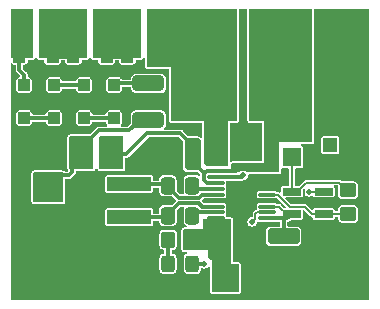
<source format=gtl>
%TF.GenerationSoftware,KiCad,Pcbnew,7.0.1-0*%
%TF.CreationDate,2023-04-04T18:33:11-07:00*%
%TF.ProjectId,ULD_Test_Board,554c445f-5465-4737-945f-426f6172642e,A*%
%TF.SameCoordinates,Original*%
%TF.FileFunction,Copper,L1,Top*%
%TF.FilePolarity,Positive*%
%FSLAX46Y46*%
G04 Gerber Fmt 4.6, Leading zero omitted, Abs format (unit mm)*
G04 Created by KiCad (PCBNEW 7.0.1-0) date 2023-04-04 18:33:11*
%MOMM*%
%LPD*%
G01*
G04 APERTURE LIST*
G04 Aperture macros list*
%AMRoundRect*
0 Rectangle with rounded corners*
0 $1 Rounding radius*
0 $2 $3 $4 $5 $6 $7 $8 $9 X,Y pos of 4 corners*
0 Add a 4 corners polygon primitive as box body*
4,1,4,$2,$3,$4,$5,$6,$7,$8,$9,$2,$3,0*
0 Add four circle primitives for the rounded corners*
1,1,$1+$1,$2,$3*
1,1,$1+$1,$4,$5*
1,1,$1+$1,$6,$7*
1,1,$1+$1,$8,$9*
0 Add four rect primitives between the rounded corners*
20,1,$1+$1,$2,$3,$4,$5,0*
20,1,$1+$1,$4,$5,$6,$7,0*
20,1,$1+$1,$6,$7,$8,$9,0*
20,1,$1+$1,$8,$9,$2,$3,0*%
G04 Aperture macros list end*
%TA.AperFunction,SMDPad,CuDef*%
%ADD10RoundRect,0.250000X0.325000X0.450000X-0.325000X0.450000X-0.325000X-0.450000X0.325000X-0.450000X0*%
%TD*%
%TA.AperFunction,SMDPad,CuDef*%
%ADD11RoundRect,0.250000X-0.300000X0.300000X-0.300000X-0.300000X0.300000X-0.300000X0.300000X0.300000X0*%
%TD*%
%TA.AperFunction,SMDPad,CuDef*%
%ADD12RoundRect,0.075000X0.650000X0.075000X-0.650000X0.075000X-0.650000X-0.075000X0.650000X-0.075000X0*%
%TD*%
%TA.AperFunction,SMDPad,CuDef*%
%ADD13R,1.651000X2.845000*%
%TD*%
%TA.AperFunction,SMDPad,CuDef*%
%ADD14RoundRect,0.250000X0.300000X0.300000X-0.300000X0.300000X-0.300000X-0.300000X0.300000X-0.300000X0*%
%TD*%
%TA.AperFunction,SMDPad,CuDef*%
%ADD15R,1.200000X1.200000*%
%TD*%
%TA.AperFunction,SMDPad,CuDef*%
%ADD16R,1.500000X1.600000*%
%TD*%
%TA.AperFunction,SMDPad,CuDef*%
%ADD17R,1.560000X0.650000*%
%TD*%
%TA.AperFunction,SMDPad,CuDef*%
%ADD18RoundRect,0.250000X-0.400000X-1.075000X0.400000X-1.075000X0.400000X1.075000X-0.400000X1.075000X0*%
%TD*%
%TA.AperFunction,SMDPad,CuDef*%
%ADD19RoundRect,0.250000X0.300000X-0.300000X0.300000X0.300000X-0.300000X0.300000X-0.300000X-0.300000X0*%
%TD*%
%TA.AperFunction,SMDPad,CuDef*%
%ADD20RoundRect,0.250000X-0.337500X-0.475000X0.337500X-0.475000X0.337500X0.475000X-0.337500X0.475000X0*%
%TD*%
%TA.AperFunction,SMDPad,CuDef*%
%ADD21RoundRect,0.250000X-0.450000X0.350000X-0.450000X-0.350000X0.450000X-0.350000X0.450000X0.350000X0*%
%TD*%
%TA.AperFunction,SMDPad,CuDef*%
%ADD22RoundRect,0.250000X1.075000X-0.400000X1.075000X0.400000X-1.075000X0.400000X-1.075000X-0.400000X0*%
%TD*%
%TA.AperFunction,SMDPad,CuDef*%
%ADD23R,3.700000X1.200000*%
%TD*%
%TA.AperFunction,SMDPad,CuDef*%
%ADD24RoundRect,0.250000X-0.412500X-1.100000X0.412500X-1.100000X0.412500X1.100000X-0.412500X1.100000X0*%
%TD*%
%TA.AperFunction,SMDPad,CuDef*%
%ADD25RoundRect,0.250000X-1.100000X0.412500X-1.100000X-0.412500X1.100000X-0.412500X1.100000X0.412500X0*%
%TD*%
%TA.AperFunction,SMDPad,CuDef*%
%ADD26RoundRect,0.250000X0.350000X0.450000X-0.350000X0.450000X-0.350000X-0.450000X0.350000X-0.450000X0*%
%TD*%
%TA.AperFunction,SMDPad,CuDef*%
%ADD27RoundRect,0.250000X0.337500X0.475000X-0.337500X0.475000X-0.337500X-0.475000X0.337500X-0.475000X0*%
%TD*%
%TA.AperFunction,ViaPad*%
%ADD28C,0.508000*%
%TD*%
%TA.AperFunction,Conductor*%
%ADD29C,0.304800*%
%TD*%
%TA.AperFunction,Conductor*%
%ADD30C,0.152400*%
%TD*%
G04 APERTURE END LIST*
D10*
%TO.P,D1,1,K*%
%TO.N,Net-(D1-K)*%
X41135000Y-47352000D03*
%TO.P,D1,2,A*%
%TO.N,Net-(D1-A)*%
X39085000Y-47352000D03*
%TD*%
D11*
%TO.P,D3,1,K*%
%TO.N,Net-(D3-K)*%
X31973000Y-32233000D03*
%TO.P,D3,2,A*%
%TO.N,Net-(D2-K)*%
X31973000Y-35033000D03*
%TD*%
D12*
%TO.P,U1,1,VCC*%
%TO.N,Net-(U1-MPPC)*%
X47458000Y-43517000D03*
%TO.P,U1,2,RUN*%
%TO.N,VDD*%
X47458000Y-43017000D03*
%TO.P,U1,3,MPPC*%
%TO.N,Net-(U1-MPPC)*%
X47458000Y-42517000D03*
%TO.P,U1,4,GND*%
%TO.N,GND*%
X47458000Y-42017000D03*
%TO.P,U1,5,FB*%
%TO.N,FB*%
X47458000Y-41517000D03*
%TO.P,U1,6,NC*%
%TO.N,GND*%
X47458000Y-41017000D03*
%TO.P,U1,7,NC*%
X47458000Y-40517000D03*
%TO.P,U1,8,PWM*%
X47458000Y-40017000D03*
%TO.P,U1,9,PGOOD*%
%TO.N,Net-(D1-K)*%
X43158000Y-40017000D03*
%TO.P,U1,10,VOUT*%
%TO.N,VD*%
X43158000Y-40517000D03*
%TO.P,U1,11,BST2*%
%TO.N,Net-(U1-BST2)*%
X43158000Y-41017000D03*
%TO.P,U1,12,SW2*%
%TO.N,Net-(U1-SW2)*%
X43158000Y-41517000D03*
%TO.P,U1,13,PGND*%
%TO.N,GND*%
X43158000Y-42017000D03*
%TO.P,U1,14,SW1*%
%TO.N,Net-(U1-SW1)*%
X43158000Y-42517000D03*
%TO.P,U1,15,BST1*%
%TO.N,Net-(U1-BST1)*%
X43158000Y-43017000D03*
%TO.P,U1,16,VIN*%
%TO.N,VDD*%
X43158000Y-43517000D03*
D13*
%TO.P,U1,17,EP*%
%TO.N,GND*%
X45308000Y-41767000D03*
%TD*%
D14*
%TO.P,D8,1,K*%
%TO.N,GNDA*%
X38453000Y-29823000D03*
%TO.P,D8,2,A*%
%TO.N,Net-(D7-K)*%
X35653000Y-29823000D03*
%TD*%
D15*
%TO.P,RV1,1,1*%
%TO.N,GND*%
X52832000Y-39338000D03*
D16*
%TO.P,RV1,2,2*%
%TO.N,Net-(U2--)*%
X49582000Y-38338000D03*
D15*
%TO.P,RV1,3,3*%
%TO.N,unconnected-(RV1-Pad3)*%
X52832000Y-37338000D03*
%TD*%
D17*
%TO.P,U2,1*%
%TO.N,FB*%
X52255000Y-43159000D03*
%TO.P,U2,2,V-*%
%TO.N,GND*%
X52255000Y-42209000D03*
%TO.P,U2,3,+*%
%TO.N,GNDA*%
X52255000Y-41259000D03*
%TO.P,U2,4,-*%
%TO.N,Net-(U2--)*%
X49555000Y-41259000D03*
%TO.P,U2,5,V+*%
%TO.N,Net-(U1-MPPC)*%
X49555000Y-43159000D03*
%TD*%
D18*
%TO.P,R2,1*%
%TO.N,GNDA*%
X43123000Y-37319000D03*
%TO.P,R2,2*%
%TO.N,GND*%
X46223000Y-37319000D03*
%TD*%
D19*
%TO.P,D2,1,K*%
%TO.N,Net-(D2-K)*%
X34513000Y-35033000D03*
%TO.P,D2,2,A*%
%TO.N,Net-(D2-A)*%
X34513000Y-32233000D03*
%TD*%
D14*
%TO.P,D6,1,K*%
%TO.N,Net-(D6-K)*%
X29309000Y-29823000D03*
%TO.P,D6,2,A*%
%TO.N,Net-(D5-K)*%
X26509000Y-29823000D03*
%TD*%
D20*
%TO.P,C3,1*%
%TO.N,Net-(U1-SW2)*%
X39072500Y-40751000D03*
%TO.P,C3,2*%
%TO.N,Net-(U1-BST2)*%
X41147500Y-40751000D03*
%TD*%
D14*
%TO.P,D7,1,K*%
%TO.N,Net-(D7-K)*%
X33881000Y-29823000D03*
%TO.P,D7,2,A*%
%TO.N,Net-(D6-K)*%
X31081000Y-29823000D03*
%TD*%
D21*
%TO.P,R3,1*%
%TO.N,Net-(U2--)*%
X54334000Y-41148000D03*
%TO.P,R3,2*%
%TO.N,FB*%
X54334000Y-43148000D03*
%TD*%
D19*
%TO.P,D4,1,K*%
%TO.N,Net-(D4-K)*%
X29433000Y-35033000D03*
%TO.P,D4,2,A*%
%TO.N,Net-(D3-K)*%
X29433000Y-32233000D03*
%TD*%
D22*
%TO.P,R4,1*%
%TO.N,/VD_BRIDGE*%
X37434000Y-35183000D03*
%TO.P,R4,2*%
%TO.N,Net-(D2-A)*%
X37434000Y-32083000D03*
%TD*%
D23*
%TO.P,L1,1,1*%
%TO.N,Net-(U1-SW1)*%
X35792000Y-43421000D03*
%TO.P,L1,2,2*%
%TO.N,Net-(U1-SW2)*%
X35792000Y-40621000D03*
%TD*%
D24*
%TO.P,C1,1*%
%TO.N,VDD*%
X43119500Y-45704000D03*
%TO.P,C1,2*%
%TO.N,GND*%
X46244500Y-45704000D03*
%TD*%
%TO.P,C5,1*%
%TO.N,GND*%
X38039500Y-38081000D03*
%TO.P,C5,2*%
%TO.N,VD*%
X41164500Y-38081000D03*
%TD*%
D25*
%TO.P,C4,1*%
%TO.N,Net-(U1-MPPC)*%
X48873000Y-45030500D03*
%TO.P,C4,2*%
%TO.N,GND*%
X48873000Y-48155500D03*
%TD*%
D11*
%TO.P,D5,1,K*%
%TO.N,Net-(D5-K)*%
X26893000Y-32233000D03*
%TO.P,D5,2,A*%
%TO.N,Net-(D4-K)*%
X26893000Y-35033000D03*
%TD*%
D26*
%TO.P,R1,1*%
%TO.N,VDD*%
X41110000Y-45320000D03*
%TO.P,R1,2*%
%TO.N,Net-(D1-A)*%
X39110000Y-45320000D03*
%TD*%
D27*
%TO.P,C2,1*%
%TO.N,Net-(U1-BST1)*%
X41147500Y-43291000D03*
%TO.P,C2,2*%
%TO.N,Net-(U1-SW1)*%
X39072500Y-43291000D03*
%TD*%
D28*
%TO.N,VDD*%
X44196000Y-44069000D03*
X46228000Y-43815000D03*
%TO.N,GND*%
X44831000Y-36195000D03*
X39497000Y-37719000D03*
X44831000Y-36830000D03*
X39497000Y-38354000D03*
X44831000Y-38100000D03*
X39497000Y-37084000D03*
X44831000Y-37465000D03*
X39497000Y-38989000D03*
%TO.N,Net-(D1-K)*%
X45466000Y-39878000D03*
X42164000Y-47371000D03*
%TO.N,GNDA*%
X51054000Y-41275000D03*
X43688000Y-35560000D03*
%TD*%
D29*
%TO.N,VDD*%
X43158000Y-45665500D02*
X43119500Y-45704000D01*
D30*
X46228000Y-43815000D02*
X46482000Y-43561000D01*
D29*
X43158000Y-43517000D02*
X43158000Y-44069000D01*
X42735500Y-45320000D02*
X43119500Y-45704000D01*
D30*
X46482000Y-43116500D02*
X46581500Y-43017000D01*
X44196000Y-44069000D02*
X43158000Y-44069000D01*
X46581500Y-43017000D02*
X47458000Y-43017000D01*
X46482000Y-43561000D02*
X46482000Y-43116500D01*
D29*
X41110000Y-45320000D02*
X42735500Y-45320000D01*
X43158000Y-44069000D02*
X43158000Y-45665500D01*
%TO.N,Net-(U1-BST1)*%
X43158000Y-43017000D02*
X41421500Y-43017000D01*
X41421500Y-43017000D02*
X41147500Y-43291000D01*
%TO.N,Net-(U1-SW1)*%
X38942500Y-43421000D02*
X39072500Y-43291000D01*
X43158000Y-42517000D02*
X41970606Y-42517000D01*
X35792000Y-43421000D02*
X38942500Y-43421000D01*
X39072500Y-43185500D02*
X39072500Y-43291000D01*
X41970606Y-42517000D02*
X41714806Y-42261200D01*
X39996800Y-42261200D02*
X39072500Y-43185500D01*
X41714806Y-42261200D02*
X39996800Y-42261200D01*
%TO.N,Net-(U1-SW2)*%
X41978606Y-41517000D02*
X41714806Y-41780800D01*
X43158000Y-41517000D02*
X41978606Y-41517000D01*
X41714806Y-41780800D02*
X39996800Y-41780800D01*
X38942500Y-40621000D02*
X39072500Y-40751000D01*
X39996800Y-41780800D02*
X39072500Y-40856500D01*
X39072500Y-40856500D02*
X39072500Y-40751000D01*
X35792000Y-40621000D02*
X38942500Y-40621000D01*
%TO.N,Net-(U1-BST2)*%
X41413500Y-41017000D02*
X41147500Y-40751000D01*
X43158000Y-41017000D02*
X41413500Y-41017000D01*
%TO.N,Net-(U1-MPPC)*%
X49197000Y-43517000D02*
X49555000Y-43159000D01*
X47458000Y-43517000D02*
X48746000Y-43517000D01*
D30*
X48480000Y-42517000D02*
X49122000Y-43159000D01*
D29*
X48873000Y-45030500D02*
X48873000Y-43517000D01*
D30*
X47458000Y-42517000D02*
X48480000Y-42517000D01*
D29*
X48873000Y-43517000D02*
X49197000Y-43517000D01*
D30*
X49122000Y-43159000D02*
X49555000Y-43159000D01*
D29*
X48746000Y-43517000D02*
X48873000Y-43517000D01*
%TO.N,VD*%
X35560000Y-38100000D02*
X34290000Y-38100000D01*
X42395882Y-40517000D02*
X43158000Y-40517000D01*
X41164500Y-37354500D02*
X40132000Y-36322000D01*
X42349400Y-39497000D02*
X44831000Y-39497000D01*
X42128200Y-39718200D02*
X42128200Y-40249318D01*
X42128200Y-40249318D02*
X42395882Y-40517000D01*
X44831000Y-39497000D02*
X44958000Y-39370000D01*
X37338000Y-36322000D02*
X35560000Y-38100000D01*
X41164500Y-38081000D02*
X41164500Y-37354500D01*
X41164500Y-38081000D02*
X41164500Y-38754500D01*
X40132000Y-36322000D02*
X37338000Y-36322000D01*
X41164500Y-38754500D02*
X42128200Y-39718200D01*
X42128200Y-39718200D02*
X42349400Y-39497000D01*
%TO.N,Net-(D1-K)*%
X43158000Y-40017000D02*
X45327000Y-40017000D01*
X42164000Y-47371000D02*
X41154000Y-47371000D01*
X41154000Y-47371000D02*
X41135000Y-47352000D01*
X45327000Y-40017000D02*
X45466000Y-39878000D01*
%TO.N,Net-(D1-A)*%
X39085000Y-47352000D02*
X39085000Y-45345000D01*
X39085000Y-45345000D02*
X39110000Y-45320000D01*
D30*
%TO.N,GNDA*%
X52239000Y-41275000D02*
X52255000Y-41259000D01*
X51054000Y-41275000D02*
X52239000Y-41275000D01*
%TO.N,Net-(U2--)*%
X49582000Y-38338000D02*
X49582000Y-41232000D01*
X53572000Y-40497000D02*
X54223000Y-41148000D01*
X50016000Y-41259000D02*
X50778000Y-40497000D01*
X50778000Y-40497000D02*
X53572000Y-40497000D01*
X49555000Y-41259000D02*
X50016000Y-41259000D01*
X49582000Y-41232000D02*
X49555000Y-41259000D01*
X54223000Y-41148000D02*
X54334000Y-41148000D01*
%TO.N,FB*%
X51281000Y-43159000D02*
X50651000Y-42529000D01*
X48369000Y-41517000D02*
X47458000Y-41517000D01*
X50651000Y-42529000D02*
X49381000Y-42529000D01*
X49381000Y-42529000D02*
X48369000Y-41517000D01*
X54334000Y-43148000D02*
X54323000Y-43159000D01*
X52255000Y-43159000D02*
X51281000Y-43159000D01*
X54323000Y-43159000D02*
X52255000Y-43159000D01*
D29*
%TO.N,Net-(D2-K)*%
X34513000Y-35033000D02*
X31973000Y-35033000D01*
%TO.N,Net-(D3-K)*%
X31973000Y-32233000D02*
X29433000Y-32233000D01*
%TO.N,Net-(D4-K)*%
X29433000Y-35033000D02*
X26893000Y-35033000D01*
%TO.N,Net-(D5-K)*%
X26893000Y-31347000D02*
X26893000Y-32233000D01*
X26509000Y-30963000D02*
X26893000Y-31347000D01*
X26509000Y-29823000D02*
X26509000Y-30963000D01*
%TO.N,Net-(D6-K)*%
X29309000Y-29823000D02*
X31081000Y-29823000D01*
%TO.N,Net-(D7-K)*%
X33881000Y-29823000D02*
X35653000Y-29823000D01*
%TO.N,Net-(D2-A)*%
X37434000Y-32083000D02*
X34663000Y-32083000D01*
X34663000Y-32083000D02*
X34513000Y-32233000D01*
%TO.N,/VD_BRIDGE*%
X36699000Y-35183000D02*
X35814000Y-36068000D01*
X30988000Y-39624000D02*
X30734000Y-39878000D01*
X30734000Y-39878000D02*
X29972000Y-39878000D01*
X33274000Y-36068000D02*
X30988000Y-38354000D01*
X37434000Y-35183000D02*
X36699000Y-35183000D01*
X30988000Y-38354000D02*
X30988000Y-39624000D01*
X35814000Y-36068000D02*
X33274000Y-36068000D01*
%TD*%
%TA.AperFunction,Conductor*%
%TO.N,Net-(D7-K)*%
G36*
X36770400Y-25791575D02*
G01*
X36797925Y-25819100D01*
X36808000Y-25856700D01*
X36808000Y-29883800D01*
X36797925Y-29921400D01*
X36770400Y-29948925D01*
X36732800Y-29959000D01*
X32819200Y-29959000D01*
X32781600Y-29948925D01*
X32754075Y-29921400D01*
X32744000Y-29883800D01*
X32744000Y-25856700D01*
X32754075Y-25819100D01*
X32781600Y-25791575D01*
X32819200Y-25781500D01*
X36732800Y-25781500D01*
X36770400Y-25791575D01*
G37*
%TD.AperFunction*%
%TD*%
%TA.AperFunction,Conductor*%
%TO.N,VD*%
G36*
X51270400Y-25791575D02*
G01*
X51297925Y-25819100D01*
X51308000Y-25856700D01*
X51308000Y-37008800D01*
X51297925Y-37046400D01*
X51270400Y-37073925D01*
X51232800Y-37084000D01*
X48514000Y-37084000D01*
X48514000Y-39548800D01*
X48503925Y-39586400D01*
X48476400Y-39613925D01*
X48438800Y-39624000D01*
X45818591Y-39624000D01*
X45789813Y-39618276D01*
X45765419Y-39601976D01*
X45708151Y-39544708D01*
X45708150Y-39544707D01*
X45593305Y-39486190D01*
X45466000Y-39466028D01*
X45338694Y-39486190D01*
X45223848Y-39544708D01*
X45195216Y-39573340D01*
X45166580Y-39601976D01*
X45142187Y-39618276D01*
X45113409Y-39624000D01*
X44525200Y-39624000D01*
X44487600Y-39613925D01*
X44460075Y-39586400D01*
X44450000Y-39548800D01*
X44450000Y-38937200D01*
X44460075Y-38899600D01*
X44487600Y-38872075D01*
X44525200Y-38862000D01*
X47244000Y-38862000D01*
X47244000Y-35306000D01*
X46049200Y-35306000D01*
X46011600Y-35295925D01*
X45984075Y-35268400D01*
X45974000Y-35230800D01*
X45974000Y-25856700D01*
X45984075Y-25819100D01*
X46011600Y-25791575D01*
X46049200Y-25781500D01*
X51232800Y-25781500D01*
X51270400Y-25791575D01*
G37*
%TD.AperFunction*%
%TD*%
%TA.AperFunction,Conductor*%
%TO.N,/VD_BRIDGE*%
G36*
X32728400Y-36586075D02*
G01*
X32755925Y-36613600D01*
X32766000Y-36651200D01*
X32766000Y-39294800D01*
X32755925Y-39332400D01*
X32728400Y-39359925D01*
X32690800Y-39370000D01*
X30809200Y-39370000D01*
X30771600Y-39359925D01*
X30744075Y-39332400D01*
X30734000Y-39294800D01*
X30734000Y-36651200D01*
X30744075Y-36613600D01*
X30771600Y-36586075D01*
X30809200Y-36576000D01*
X32690800Y-36576000D01*
X32728400Y-36586075D01*
G37*
%TD.AperFunction*%
%TD*%
%TA.AperFunction,Conductor*%
%TO.N,/VD_BRIDGE*%
G36*
X30188400Y-39634075D02*
G01*
X30215925Y-39661600D01*
X30226000Y-39699200D01*
X30226000Y-42088800D01*
X30215925Y-42126400D01*
X30188400Y-42153925D01*
X30150800Y-42164000D01*
X27761200Y-42164000D01*
X27723600Y-42153925D01*
X27696075Y-42126400D01*
X27686000Y-42088800D01*
X27686000Y-39699200D01*
X27696075Y-39661600D01*
X27723600Y-39634075D01*
X27761200Y-39624000D01*
X30150800Y-39624000D01*
X30188400Y-39634075D01*
G37*
%TD.AperFunction*%
%TD*%
%TA.AperFunction,Conductor*%
%TO.N,Net-(D6-K)*%
G36*
X32198400Y-25791575D02*
G01*
X32225925Y-25819100D01*
X32236000Y-25856700D01*
X32236000Y-29883800D01*
X32225925Y-29921400D01*
X32198400Y-29948925D01*
X32160800Y-29959000D01*
X28247200Y-29959000D01*
X28209600Y-29948925D01*
X28182075Y-29921400D01*
X28172000Y-29883800D01*
X28172000Y-25856700D01*
X28182075Y-25819100D01*
X28209600Y-25791575D01*
X28247200Y-25781500D01*
X32160800Y-25781500D01*
X32198400Y-25791575D01*
G37*
%TD.AperFunction*%
%TD*%
%TA.AperFunction,Conductor*%
%TO.N,VD*%
G36*
X35268400Y-36586075D02*
G01*
X35295925Y-36613600D01*
X35306000Y-36651200D01*
X35306000Y-39294800D01*
X35295925Y-39332400D01*
X35268400Y-39359925D01*
X35230800Y-39370000D01*
X33349200Y-39370000D01*
X33311600Y-39359925D01*
X33284075Y-39332400D01*
X33274000Y-39294800D01*
X33274000Y-36651200D01*
X33284075Y-36613600D01*
X33311600Y-36586075D01*
X33349200Y-36576000D01*
X35230800Y-36576000D01*
X35268400Y-36586075D01*
G37*
%TD.AperFunction*%
%TD*%
%TA.AperFunction,Conductor*%
%TO.N,GNDA*%
G36*
X44889400Y-25791575D02*
G01*
X44916925Y-25819100D01*
X44927000Y-25856700D01*
X44927000Y-35211800D01*
X44916925Y-35249400D01*
X44889400Y-35276925D01*
X44851800Y-35287000D01*
X44165000Y-35287000D01*
X44165000Y-39021800D01*
X44154925Y-39059400D01*
X44127400Y-39086925D01*
X44089800Y-39097000D01*
X42418148Y-39097000D01*
X42389370Y-39091276D01*
X42364974Y-39074974D01*
X42155026Y-38865026D01*
X42138724Y-38840630D01*
X42133000Y-38811852D01*
X42133000Y-35287000D01*
X39414200Y-35287000D01*
X39376600Y-35276925D01*
X39349075Y-35249400D01*
X39339000Y-35211800D01*
X39339000Y-30715000D01*
X37382200Y-30715000D01*
X37344600Y-30704925D01*
X37317075Y-30677400D01*
X37307000Y-30639800D01*
X37307000Y-25856700D01*
X37317075Y-25819100D01*
X37344600Y-25791575D01*
X37382200Y-25781500D01*
X44851800Y-25781500D01*
X44889400Y-25791575D01*
G37*
%TD.AperFunction*%
%TD*%
%TA.AperFunction,Conductor*%
%TO.N,Net-(D5-K)*%
G36*
X27626400Y-25791575D02*
G01*
X27653925Y-25819100D01*
X27664000Y-25856700D01*
X27664000Y-29883800D01*
X27653925Y-29921400D01*
X27626400Y-29948925D01*
X27588800Y-29959000D01*
X25856700Y-29959000D01*
X25819100Y-29948925D01*
X25791575Y-29921400D01*
X25781500Y-29883800D01*
X25781500Y-25856700D01*
X25791575Y-25819100D01*
X25819100Y-25791575D01*
X25856700Y-25781500D01*
X27588800Y-25781500D01*
X27626400Y-25791575D01*
G37*
%TD.AperFunction*%
%TD*%
%TA.AperFunction,Conductor*%
%TO.N,VDD*%
G36*
X44412400Y-43571075D02*
G01*
X44439925Y-43598600D01*
X44450000Y-43636200D01*
X44450000Y-47371000D01*
X45009800Y-47371000D01*
X45047400Y-47381075D01*
X45074925Y-47408600D01*
X45085000Y-47446200D01*
X45085000Y-49708800D01*
X45074925Y-49746400D01*
X45047400Y-49773925D01*
X45009800Y-49784000D01*
X42874200Y-49784000D01*
X42836600Y-49773925D01*
X42809075Y-49746400D01*
X42799000Y-49708800D01*
X42799000Y-46228000D01*
X40461200Y-46228000D01*
X40423600Y-46217925D01*
X40396075Y-46190400D01*
X40386000Y-46152800D01*
X40386000Y-44525200D01*
X40396075Y-44487600D01*
X40423600Y-44460075D01*
X40461200Y-44450000D01*
X42037000Y-44450000D01*
X42037000Y-43636200D01*
X42047075Y-43598600D01*
X42074600Y-43571075D01*
X42112200Y-43561000D01*
X44374800Y-43561000D01*
X44412400Y-43571075D01*
G37*
%TD.AperFunction*%
%TD*%
%TA.AperFunction,Conductor*%
%TO.N,GND*%
G36*
X56095900Y-25791575D02*
G01*
X56123425Y-25819100D01*
X56133500Y-25856700D01*
X56133500Y-50343300D01*
X56123425Y-50380900D01*
X56095900Y-50408425D01*
X56058300Y-50418500D01*
X25856700Y-50418500D01*
X25819100Y-50408425D01*
X25791575Y-50380900D01*
X25781500Y-50343300D01*
X25781500Y-47833709D01*
X38357100Y-47833709D01*
X38372042Y-47928054D01*
X38372043Y-47928055D01*
X38429984Y-48041771D01*
X38520229Y-48132016D01*
X38633944Y-48189956D01*
X38633945Y-48189957D01*
X38728291Y-48204900D01*
X38728292Y-48204900D01*
X39441708Y-48204900D01*
X39441709Y-48204900D01*
X39488881Y-48197428D01*
X39536055Y-48189957D01*
X39649771Y-48132016D01*
X39740016Y-48041771D01*
X39797957Y-47928055D01*
X39812900Y-47833708D01*
X39812900Y-46870292D01*
X39807422Y-46835708D01*
X39797957Y-46775945D01*
X39740016Y-46662229D01*
X39649771Y-46571984D01*
X39592912Y-46543013D01*
X39536054Y-46514042D01*
X39453736Y-46501005D01*
X39421299Y-46487569D01*
X39398496Y-46460871D01*
X39390300Y-46426731D01*
X39390300Y-46248100D01*
X39400375Y-46210500D01*
X39427900Y-46182975D01*
X39465500Y-46172900D01*
X39491709Y-46172900D01*
X39538881Y-46165428D01*
X39586055Y-46157957D01*
X39699771Y-46100016D01*
X39790016Y-46009771D01*
X39847957Y-45896055D01*
X39855901Y-45845900D01*
X39862900Y-45801709D01*
X39862900Y-44838291D01*
X39847957Y-44743945D01*
X39790016Y-44630229D01*
X39699771Y-44539984D01*
X39605489Y-44491945D01*
X39586054Y-44482042D01*
X39491709Y-44467100D01*
X39491708Y-44467100D01*
X38728292Y-44467100D01*
X38728291Y-44467100D01*
X38633945Y-44482042D01*
X38520227Y-44539985D01*
X38429985Y-44630227D01*
X38372042Y-44743945D01*
X38357100Y-44838291D01*
X38357100Y-45801709D01*
X38372042Y-45896054D01*
X38372043Y-45896055D01*
X38429984Y-46009771D01*
X38520229Y-46100016D01*
X38623818Y-46152797D01*
X38633945Y-46157957D01*
X38716264Y-46170995D01*
X38748701Y-46184431D01*
X38771504Y-46211129D01*
X38779700Y-46245269D01*
X38779700Y-46426731D01*
X38771504Y-46460871D01*
X38748701Y-46487569D01*
X38716264Y-46501005D01*
X38633945Y-46514042D01*
X38520227Y-46571985D01*
X38429985Y-46662227D01*
X38372042Y-46775945D01*
X38357100Y-46870291D01*
X38357100Y-47833709D01*
X25781500Y-47833709D01*
X25781500Y-35364709D01*
X26190100Y-35364709D01*
X26205042Y-35459054D01*
X26222920Y-35494141D01*
X26262984Y-35572771D01*
X26353229Y-35663016D01*
X26443584Y-35709054D01*
X26466945Y-35720957D01*
X26561291Y-35735900D01*
X26561292Y-35735900D01*
X27224708Y-35735900D01*
X27224709Y-35735900D01*
X27271881Y-35728428D01*
X27319055Y-35720957D01*
X27432771Y-35663016D01*
X27523016Y-35572771D01*
X27580957Y-35459055D01*
X27585647Y-35429444D01*
X27590036Y-35401736D01*
X27603472Y-35369298D01*
X27630170Y-35346496D01*
X27664310Y-35338300D01*
X28661690Y-35338300D01*
X28695830Y-35346496D01*
X28722528Y-35369298D01*
X28735964Y-35401736D01*
X28745042Y-35459053D01*
X28745042Y-35459054D01*
X28745043Y-35459055D01*
X28802984Y-35572771D01*
X28893229Y-35663016D01*
X28983584Y-35709054D01*
X29006945Y-35720957D01*
X29101291Y-35735900D01*
X29101292Y-35735900D01*
X29764708Y-35735900D01*
X29764709Y-35735900D01*
X29811881Y-35728428D01*
X29859055Y-35720957D01*
X29972771Y-35663016D01*
X30063016Y-35572771D01*
X30120957Y-35459055D01*
X30135900Y-35364708D01*
X30135900Y-34701292D01*
X30120957Y-34606945D01*
X30063016Y-34493229D01*
X29972771Y-34402984D01*
X29915913Y-34374013D01*
X29859054Y-34345042D01*
X29764709Y-34330100D01*
X29764708Y-34330100D01*
X29101292Y-34330100D01*
X29101291Y-34330100D01*
X29006945Y-34345042D01*
X28893227Y-34402985D01*
X28802985Y-34493227D01*
X28745042Y-34606946D01*
X28735964Y-34664264D01*
X28722528Y-34696702D01*
X28695830Y-34719504D01*
X28661690Y-34727700D01*
X27664310Y-34727700D01*
X27630170Y-34719504D01*
X27603472Y-34696702D01*
X27590036Y-34664264D01*
X27580957Y-34606946D01*
X27580957Y-34606945D01*
X27523016Y-34493229D01*
X27432771Y-34402984D01*
X27375913Y-34374013D01*
X27319054Y-34345042D01*
X27224709Y-34330100D01*
X27224708Y-34330100D01*
X26561292Y-34330100D01*
X26561291Y-34330100D01*
X26466945Y-34345042D01*
X26353227Y-34402985D01*
X26262985Y-34493227D01*
X26205042Y-34606945D01*
X26190100Y-34701291D01*
X26190100Y-35364709D01*
X25781500Y-35364709D01*
X25781500Y-30446835D01*
X25794173Y-30405056D01*
X25827922Y-30377359D01*
X25871371Y-30373080D01*
X25909874Y-30393661D01*
X25969229Y-30453016D01*
X26082945Y-30510957D01*
X26094592Y-30512801D01*
X26140264Y-30520036D01*
X26172702Y-30533472D01*
X26195504Y-30560170D01*
X26203700Y-30594310D01*
X26203700Y-30900931D01*
X26201210Y-30916195D01*
X26203620Y-30968319D01*
X26203700Y-30971792D01*
X26203700Y-30991293D01*
X26204046Y-30993146D01*
X26205244Y-31003473D01*
X26206662Y-31034110D01*
X26211883Y-31045935D01*
X26217009Y-31062489D01*
X26219385Y-31075197D01*
X26235529Y-31101270D01*
X26240381Y-31110475D01*
X26242881Y-31116136D01*
X26252766Y-31138526D01*
X26261904Y-31147664D01*
X26272665Y-31161249D01*
X26279471Y-31172240D01*
X26279472Y-31172241D01*
X26279473Y-31172242D01*
X26303942Y-31190720D01*
X26311798Y-31197557D01*
X26528625Y-31414384D01*
X26548573Y-31450003D01*
X26546971Y-31490796D01*
X26524290Y-31524740D01*
X26487216Y-31541832D01*
X26466945Y-31545042D01*
X26353227Y-31602985D01*
X26262985Y-31693227D01*
X26205042Y-31806945D01*
X26190100Y-31901291D01*
X26190100Y-32564709D01*
X26205042Y-32659054D01*
X26205043Y-32659055D01*
X26262984Y-32772771D01*
X26353229Y-32863016D01*
X26466944Y-32920956D01*
X26466945Y-32920957D01*
X26561291Y-32935900D01*
X26561292Y-32935900D01*
X27224708Y-32935900D01*
X27224709Y-32935900D01*
X27271881Y-32928428D01*
X27319055Y-32920957D01*
X27432771Y-32863016D01*
X27523016Y-32772771D01*
X27580957Y-32659055D01*
X27595900Y-32564709D01*
X28730100Y-32564709D01*
X28745042Y-32659054D01*
X28745043Y-32659055D01*
X28802984Y-32772771D01*
X28893229Y-32863016D01*
X29006944Y-32920956D01*
X29006945Y-32920957D01*
X29101291Y-32935900D01*
X29101292Y-32935900D01*
X29764708Y-32935900D01*
X29764709Y-32935900D01*
X29811881Y-32928428D01*
X29859055Y-32920957D01*
X29972771Y-32863016D01*
X30063016Y-32772771D01*
X30120957Y-32659055D01*
X30124023Y-32639693D01*
X30130036Y-32601736D01*
X30143472Y-32569298D01*
X30170170Y-32546496D01*
X30204310Y-32538300D01*
X31201690Y-32538300D01*
X31235830Y-32546496D01*
X31262528Y-32569298D01*
X31275964Y-32601736D01*
X31285042Y-32659053D01*
X31285042Y-32659054D01*
X31285043Y-32659055D01*
X31342984Y-32772771D01*
X31433229Y-32863016D01*
X31546944Y-32920956D01*
X31546945Y-32920957D01*
X31641291Y-32935900D01*
X31641292Y-32935900D01*
X32304708Y-32935900D01*
X32304709Y-32935900D01*
X32351881Y-32928428D01*
X32399055Y-32920957D01*
X32512771Y-32863016D01*
X32603016Y-32772771D01*
X32660957Y-32659055D01*
X32675900Y-32564709D01*
X33810100Y-32564709D01*
X33825042Y-32659054D01*
X33825043Y-32659055D01*
X33882984Y-32772771D01*
X33973229Y-32863016D01*
X34086944Y-32920956D01*
X34086945Y-32920957D01*
X34181291Y-32935900D01*
X34181292Y-32935900D01*
X34844708Y-32935900D01*
X34844709Y-32935900D01*
X34891881Y-32928428D01*
X34939055Y-32920957D01*
X35052771Y-32863016D01*
X35143016Y-32772771D01*
X35200957Y-32659055D01*
X35215900Y-32564708D01*
X35215900Y-32463500D01*
X35225975Y-32425900D01*
X35253500Y-32398375D01*
X35291100Y-32388300D01*
X35880900Y-32388300D01*
X35918500Y-32398375D01*
X35946025Y-32425900D01*
X35956100Y-32463500D01*
X35956100Y-32514709D01*
X35971042Y-32609054D01*
X35971043Y-32609055D01*
X36028984Y-32722771D01*
X36119229Y-32813016D01*
X36217356Y-32863014D01*
X36232945Y-32870957D01*
X36327291Y-32885900D01*
X36327292Y-32885900D01*
X38540708Y-32885900D01*
X38540709Y-32885900D01*
X38587881Y-32878428D01*
X38635055Y-32870957D01*
X38748771Y-32813016D01*
X38839016Y-32722771D01*
X38896957Y-32609055D01*
X38911900Y-32514708D01*
X38911900Y-31651292D01*
X38896957Y-31556945D01*
X38839016Y-31443229D01*
X38748771Y-31352984D01*
X38681506Y-31318711D01*
X38635054Y-31295042D01*
X38540709Y-31280100D01*
X38540708Y-31280100D01*
X36327292Y-31280100D01*
X36327291Y-31280100D01*
X36232945Y-31295042D01*
X36119227Y-31352985D01*
X36028985Y-31443227D01*
X35971042Y-31556945D01*
X35956100Y-31651291D01*
X35956100Y-31702500D01*
X35946025Y-31740100D01*
X35918500Y-31767625D01*
X35880900Y-31777700D01*
X35232139Y-31777700D01*
X35192848Y-31766619D01*
X35165136Y-31736641D01*
X35143015Y-31693228D01*
X35052772Y-31602985D01*
X35052772Y-31602984D01*
X35052771Y-31602984D01*
X34995912Y-31574013D01*
X34939054Y-31545042D01*
X34844709Y-31530100D01*
X34844708Y-31530100D01*
X34181292Y-31530100D01*
X34181291Y-31530100D01*
X34086945Y-31545042D01*
X33973227Y-31602985D01*
X33882985Y-31693227D01*
X33825042Y-31806945D01*
X33810100Y-31901291D01*
X33810100Y-32564709D01*
X32675900Y-32564709D01*
X32675900Y-32564708D01*
X32675900Y-31901292D01*
X32660957Y-31806945D01*
X32603016Y-31693229D01*
X32512771Y-31602984D01*
X32455912Y-31574013D01*
X32399054Y-31545042D01*
X32304709Y-31530100D01*
X32304708Y-31530100D01*
X31641292Y-31530100D01*
X31641291Y-31530100D01*
X31546945Y-31545042D01*
X31433227Y-31602985D01*
X31342985Y-31693227D01*
X31285042Y-31806946D01*
X31275964Y-31864264D01*
X31262528Y-31896702D01*
X31235830Y-31919504D01*
X31201690Y-31927700D01*
X30204310Y-31927700D01*
X30170170Y-31919504D01*
X30143472Y-31896702D01*
X30130036Y-31864264D01*
X30120957Y-31806946D01*
X30120957Y-31806945D01*
X30063016Y-31693229D01*
X29972771Y-31602984D01*
X29915912Y-31574013D01*
X29859054Y-31545042D01*
X29764709Y-31530100D01*
X29764708Y-31530100D01*
X29101292Y-31530100D01*
X29101291Y-31530100D01*
X29006945Y-31545042D01*
X28893227Y-31602985D01*
X28802985Y-31693227D01*
X28745042Y-31806945D01*
X28730100Y-31901291D01*
X28730100Y-32564709D01*
X27595900Y-32564709D01*
X27595900Y-32564708D01*
X27595900Y-31901292D01*
X27580957Y-31806945D01*
X27523016Y-31693229D01*
X27432771Y-31602984D01*
X27319055Y-31545043D01*
X27319054Y-31545042D01*
X27319053Y-31545042D01*
X27261736Y-31535964D01*
X27229298Y-31522528D01*
X27206496Y-31495830D01*
X27198300Y-31461690D01*
X27198300Y-31409069D01*
X27200789Y-31393804D01*
X27200609Y-31389912D01*
X27200610Y-31389910D01*
X27198380Y-31341681D01*
X27198300Y-31338208D01*
X27198300Y-31318714D01*
X27198300Y-31318711D01*
X27197952Y-31316853D01*
X27196754Y-31306527D01*
X27195338Y-31275891D01*
X27190113Y-31264059D01*
X27184990Y-31247511D01*
X27182615Y-31234803D01*
X27166470Y-31208729D01*
X27161614Y-31199515D01*
X27149234Y-31171475D01*
X27140091Y-31162332D01*
X27129332Y-31148749D01*
X27128660Y-31147664D01*
X27122527Y-31137758D01*
X27098056Y-31119278D01*
X27090201Y-31112442D01*
X26836326Y-30858567D01*
X26820024Y-30834171D01*
X26814300Y-30805393D01*
X26814300Y-30594310D01*
X26822496Y-30560170D01*
X26845298Y-30533472D01*
X26877736Y-30520036D01*
X26915693Y-30514023D01*
X26935055Y-30510957D01*
X27048771Y-30453016D01*
X27139016Y-30362771D01*
X27196957Y-30249055D01*
X27207840Y-30180336D01*
X27221277Y-30147899D01*
X27247975Y-30125096D01*
X27282115Y-30116900D01*
X27588797Y-30116900D01*
X27588800Y-30116900D01*
X27629668Y-30111520D01*
X27667268Y-30101445D01*
X27738052Y-30060577D01*
X27765577Y-30033052D01*
X27779117Y-30009599D01*
X27806642Y-29982075D01*
X27844242Y-29972000D01*
X27991758Y-29972000D01*
X28029358Y-29982075D01*
X28056883Y-30009600D01*
X28070424Y-30033054D01*
X28097944Y-30060574D01*
X28097946Y-30060575D01*
X28097948Y-30060577D01*
X28168732Y-30101445D01*
X28206332Y-30111520D01*
X28247200Y-30116900D01*
X28535885Y-30116900D01*
X28570025Y-30125096D01*
X28596723Y-30147899D01*
X28610159Y-30180336D01*
X28621042Y-30249054D01*
X28621043Y-30249055D01*
X28678984Y-30362771D01*
X28769229Y-30453016D01*
X28882945Y-30510957D01*
X28977291Y-30525900D01*
X28977292Y-30525900D01*
X29640708Y-30525900D01*
X29640709Y-30525900D01*
X29687881Y-30518428D01*
X29735055Y-30510957D01*
X29848771Y-30453016D01*
X29939016Y-30362771D01*
X29996957Y-30249055D01*
X30000023Y-30229693D01*
X30006036Y-30191736D01*
X30019472Y-30159298D01*
X30046170Y-30136496D01*
X30080310Y-30128300D01*
X30309690Y-30128300D01*
X30343830Y-30136496D01*
X30370528Y-30159298D01*
X30383964Y-30191736D01*
X30393042Y-30249053D01*
X30393042Y-30249054D01*
X30393043Y-30249055D01*
X30450984Y-30362771D01*
X30541229Y-30453016D01*
X30654945Y-30510957D01*
X30749291Y-30525900D01*
X30749292Y-30525900D01*
X31412708Y-30525900D01*
X31412709Y-30525900D01*
X31459881Y-30518428D01*
X31507055Y-30510957D01*
X31620771Y-30453016D01*
X31711016Y-30362771D01*
X31768957Y-30249055D01*
X31779840Y-30180336D01*
X31793277Y-30147899D01*
X31819975Y-30125096D01*
X31854115Y-30116900D01*
X32160797Y-30116900D01*
X32160800Y-30116900D01*
X32201668Y-30111520D01*
X32239268Y-30101445D01*
X32310052Y-30060577D01*
X32337577Y-30033052D01*
X32351117Y-30009599D01*
X32378642Y-29982075D01*
X32416242Y-29972000D01*
X32563758Y-29972000D01*
X32601358Y-29982075D01*
X32628883Y-30009600D01*
X32642424Y-30033054D01*
X32669944Y-30060574D01*
X32669946Y-30060575D01*
X32669948Y-30060577D01*
X32740732Y-30101445D01*
X32778332Y-30111520D01*
X32819200Y-30116900D01*
X33107885Y-30116900D01*
X33142025Y-30125096D01*
X33168723Y-30147899D01*
X33182159Y-30180336D01*
X33193042Y-30249054D01*
X33193043Y-30249055D01*
X33250984Y-30362771D01*
X33341229Y-30453016D01*
X33454945Y-30510957D01*
X33549291Y-30525900D01*
X33549292Y-30525900D01*
X34212708Y-30525900D01*
X34212709Y-30525900D01*
X34259881Y-30518428D01*
X34307055Y-30510957D01*
X34420771Y-30453016D01*
X34511016Y-30362771D01*
X34568957Y-30249055D01*
X34572023Y-30229693D01*
X34578036Y-30191736D01*
X34591472Y-30159298D01*
X34618170Y-30136496D01*
X34652310Y-30128300D01*
X34881690Y-30128300D01*
X34915830Y-30136496D01*
X34942528Y-30159298D01*
X34955964Y-30191736D01*
X34965042Y-30249053D01*
X34965042Y-30249054D01*
X34965043Y-30249055D01*
X35022984Y-30362771D01*
X35113229Y-30453016D01*
X35226945Y-30510957D01*
X35321291Y-30525900D01*
X35321292Y-30525900D01*
X35984708Y-30525900D01*
X35984709Y-30525900D01*
X36031881Y-30518428D01*
X36079055Y-30510957D01*
X36192771Y-30453016D01*
X36283016Y-30362771D01*
X36340957Y-30249055D01*
X36351840Y-30180336D01*
X36365277Y-30147899D01*
X36391975Y-30125096D01*
X36426115Y-30116900D01*
X36732797Y-30116900D01*
X36732800Y-30116900D01*
X36773668Y-30111520D01*
X36811268Y-30101445D01*
X36882052Y-30060577D01*
X36909577Y-30033052D01*
X36923117Y-30009599D01*
X36950642Y-29982075D01*
X36988242Y-29972000D01*
X37073900Y-29972000D01*
X37111500Y-29982075D01*
X37139025Y-30009600D01*
X37149100Y-30047200D01*
X37149100Y-30639797D01*
X37154480Y-30680668D01*
X37164555Y-30718268D01*
X37205425Y-30789055D01*
X37232944Y-30816574D01*
X37232946Y-30816575D01*
X37232948Y-30816577D01*
X37303732Y-30857445D01*
X37341332Y-30867520D01*
X37382200Y-30872900D01*
X39105900Y-30872900D01*
X39143500Y-30882975D01*
X39171025Y-30910500D01*
X39181100Y-30948100D01*
X39181100Y-35211797D01*
X39186480Y-35252668D01*
X39196555Y-35290268D01*
X39237425Y-35361055D01*
X39264944Y-35388574D01*
X39264946Y-35388575D01*
X39264948Y-35388577D01*
X39335732Y-35429445D01*
X39373332Y-35439520D01*
X39414200Y-35444900D01*
X41899900Y-35444900D01*
X41937500Y-35454975D01*
X41965025Y-35482500D01*
X41975100Y-35520100D01*
X41975100Y-36627765D01*
X41962427Y-36669544D01*
X41928678Y-36697241D01*
X41885229Y-36701520D01*
X41846726Y-36680939D01*
X41816772Y-36650985D01*
X41816771Y-36650984D01*
X41736985Y-36610331D01*
X41703054Y-36593042D01*
X41608709Y-36578100D01*
X41608708Y-36578100D01*
X40851007Y-36578100D01*
X40822229Y-36572376D01*
X40797833Y-36556074D01*
X40391771Y-36150012D01*
X40382736Y-36137455D01*
X40344157Y-36102285D01*
X40341646Y-36099886D01*
X40327877Y-36086117D01*
X40326325Y-36085054D01*
X40318171Y-36078596D01*
X40295504Y-36057933D01*
X40295502Y-36057932D01*
X40283452Y-36053264D01*
X40268123Y-36045185D01*
X40257453Y-36037876D01*
X40257451Y-36037875D01*
X40257449Y-36037874D01*
X40227610Y-36030856D01*
X40217664Y-36027777D01*
X40192433Y-36018003D01*
X40189070Y-36016700D01*
X40189069Y-36016700D01*
X40176146Y-36016700D01*
X40158930Y-36014703D01*
X40146344Y-36011743D01*
X40115977Y-36015979D01*
X40105589Y-36016700D01*
X38826635Y-36016700D01*
X38784856Y-36004027D01*
X38757159Y-35970278D01*
X38752880Y-35926829D01*
X38773461Y-35888326D01*
X38798845Y-35862942D01*
X38839016Y-35822771D01*
X38896957Y-35709055D01*
X38911900Y-35614708D01*
X38911900Y-34751292D01*
X38908163Y-34727700D01*
X38896957Y-34656945D01*
X38871481Y-34606946D01*
X38839016Y-34543229D01*
X38748771Y-34452984D01*
X38691913Y-34424013D01*
X38635054Y-34395042D01*
X38540709Y-34380100D01*
X38540708Y-34380100D01*
X36327292Y-34380100D01*
X36327291Y-34380100D01*
X36232945Y-34395042D01*
X36119227Y-34452985D01*
X36028985Y-34543227D01*
X35971042Y-34656945D01*
X35956100Y-34751291D01*
X35956100Y-35462993D01*
X35950376Y-35491771D01*
X35934074Y-35516167D01*
X35709567Y-35740674D01*
X35685171Y-35756976D01*
X35656393Y-35762700D01*
X35134635Y-35762700D01*
X35092856Y-35750027D01*
X35065159Y-35716278D01*
X35060880Y-35672829D01*
X35081461Y-35634326D01*
X35101079Y-35614708D01*
X35143016Y-35572771D01*
X35200957Y-35459055D01*
X35215900Y-35364708D01*
X35215900Y-34701292D01*
X35200957Y-34606945D01*
X35143016Y-34493229D01*
X35052771Y-34402984D01*
X34995913Y-34374013D01*
X34939054Y-34345042D01*
X34844709Y-34330100D01*
X34844708Y-34330100D01*
X34181292Y-34330100D01*
X34181291Y-34330100D01*
X34086945Y-34345042D01*
X33973227Y-34402985D01*
X33882985Y-34493227D01*
X33825042Y-34606946D01*
X33815964Y-34664264D01*
X33802528Y-34696702D01*
X33775830Y-34719504D01*
X33741690Y-34727700D01*
X32744310Y-34727700D01*
X32710170Y-34719504D01*
X32683472Y-34696702D01*
X32670036Y-34664264D01*
X32660957Y-34606946D01*
X32660957Y-34606945D01*
X32603016Y-34493229D01*
X32512771Y-34402984D01*
X32455913Y-34374013D01*
X32399054Y-34345042D01*
X32304709Y-34330100D01*
X32304708Y-34330100D01*
X31641292Y-34330100D01*
X31641291Y-34330100D01*
X31546945Y-34345042D01*
X31433227Y-34402985D01*
X31342985Y-34493227D01*
X31285042Y-34606945D01*
X31270100Y-34701291D01*
X31270100Y-35364709D01*
X31285042Y-35459054D01*
X31302920Y-35494141D01*
X31342984Y-35572771D01*
X31433229Y-35663016D01*
X31523584Y-35709054D01*
X31546945Y-35720957D01*
X31641291Y-35735900D01*
X31641292Y-35735900D01*
X32304708Y-35735900D01*
X32304709Y-35735900D01*
X32351881Y-35728428D01*
X32399055Y-35720957D01*
X32512771Y-35663016D01*
X32603016Y-35572771D01*
X32660957Y-35459055D01*
X32665647Y-35429444D01*
X32670036Y-35401736D01*
X32683472Y-35369298D01*
X32710170Y-35346496D01*
X32744310Y-35338300D01*
X33741690Y-35338300D01*
X33775830Y-35346496D01*
X33802528Y-35369298D01*
X33815964Y-35401736D01*
X33825042Y-35459053D01*
X33882985Y-35572772D01*
X33944539Y-35634326D01*
X33965120Y-35672829D01*
X33960841Y-35716278D01*
X33933144Y-35750027D01*
X33891365Y-35762700D01*
X33336069Y-35762700D01*
X33320804Y-35760210D01*
X33316910Y-35760390D01*
X33276127Y-35762275D01*
X33268681Y-35762620D01*
X33265208Y-35762700D01*
X33245711Y-35762700D01*
X33243852Y-35763047D01*
X33233527Y-35764244D01*
X33202889Y-35765662D01*
X33191064Y-35770883D01*
X33174514Y-35776008D01*
X33161803Y-35778384D01*
X33135734Y-35794526D01*
X33126523Y-35799381D01*
X33098474Y-35811766D01*
X33089329Y-35820910D01*
X33075752Y-35831664D01*
X33064759Y-35838471D01*
X33046279Y-35862942D01*
X33039443Y-35870796D01*
X32514164Y-36396076D01*
X32489771Y-36412376D01*
X32460993Y-36418100D01*
X30809200Y-36418100D01*
X30778548Y-36422135D01*
X30768331Y-36423480D01*
X30730731Y-36433555D01*
X30659944Y-36474425D01*
X30632425Y-36501944D01*
X30591555Y-36572731D01*
X30585863Y-36593972D01*
X30581480Y-36610332D01*
X30576100Y-36651200D01*
X30576100Y-39294800D01*
X30581480Y-39335668D01*
X30591555Y-39373268D01*
X30618981Y-39420771D01*
X30637373Y-39452625D01*
X30636963Y-39452861D01*
X30650593Y-39476464D01*
X30650599Y-39515383D01*
X30631148Y-39549092D01*
X30629584Y-39550657D01*
X30605182Y-39566971D01*
X30576393Y-39572700D01*
X30381478Y-39572700D01*
X30352700Y-39566976D01*
X30328304Y-39550674D01*
X30300055Y-39522425D01*
X30287858Y-39515383D01*
X30229268Y-39481555D01*
X30191668Y-39471480D01*
X30150800Y-39466100D01*
X27761200Y-39466100D01*
X27730549Y-39470134D01*
X27720331Y-39471480D01*
X27682731Y-39481555D01*
X27611944Y-39522425D01*
X27584425Y-39549944D01*
X27543555Y-39620731D01*
X27541803Y-39627268D01*
X27533480Y-39658332D01*
X27528100Y-39699200D01*
X27528100Y-42088800D01*
X27533480Y-42129668D01*
X27543555Y-42167268D01*
X27578228Y-42227323D01*
X27584425Y-42238055D01*
X27611944Y-42265574D01*
X27611946Y-42265575D01*
X27611948Y-42265577D01*
X27682732Y-42306445D01*
X27720332Y-42316520D01*
X27761200Y-42321900D01*
X30150797Y-42321900D01*
X30150800Y-42321900D01*
X30191668Y-42316520D01*
X30229268Y-42306445D01*
X30300052Y-42265577D01*
X30327577Y-42238052D01*
X30368445Y-42167268D01*
X30378520Y-42129668D01*
X30383900Y-42088800D01*
X30383900Y-40258500D01*
X30393975Y-40220900D01*
X30421500Y-40193375D01*
X30459100Y-40183300D01*
X30671931Y-40183300D01*
X30687195Y-40185789D01*
X30691087Y-40185609D01*
X30691090Y-40185610D01*
X30739318Y-40183380D01*
X30742792Y-40183300D01*
X30762283Y-40183300D01*
X30762289Y-40183300D01*
X30764146Y-40182952D01*
X30774467Y-40181754D01*
X30805109Y-40180338D01*
X30816938Y-40175114D01*
X30833489Y-40169989D01*
X30846197Y-40167615D01*
X30872262Y-40151474D01*
X30881473Y-40146618D01*
X30909525Y-40134234D01*
X30918667Y-40125090D01*
X30932250Y-40114332D01*
X30943242Y-40107527D01*
X30961726Y-40083049D01*
X30968550Y-40075208D01*
X31159990Y-39883768D01*
X31172544Y-39874736D01*
X31175169Y-39871855D01*
X31175171Y-39871855D01*
X31207706Y-39836164D01*
X31210063Y-39833695D01*
X31223883Y-39819877D01*
X31224946Y-39818324D01*
X31231407Y-39810165D01*
X31252067Y-39787504D01*
X31256735Y-39775454D01*
X31264820Y-39760115D01*
X31272124Y-39749454D01*
X31279144Y-39719602D01*
X31282221Y-39709665D01*
X31293300Y-39681070D01*
X31293300Y-39668142D01*
X31295297Y-39650926D01*
X31298256Y-39638344D01*
X31294789Y-39613489D01*
X31300951Y-39571669D01*
X31328701Y-39539781D01*
X31369268Y-39527900D01*
X32690797Y-39527900D01*
X32690800Y-39527900D01*
X32731668Y-39522520D01*
X32769268Y-39512445D01*
X32840052Y-39471577D01*
X32867577Y-39444052D01*
X32888623Y-39407599D01*
X32916148Y-39380075D01*
X32953748Y-39370000D01*
X33086252Y-39370000D01*
X33123852Y-39380075D01*
X33151377Y-39407600D01*
X33172423Y-39444053D01*
X33199944Y-39471574D01*
X33199946Y-39471575D01*
X33199948Y-39471577D01*
X33270732Y-39512445D01*
X33308332Y-39522520D01*
X33349200Y-39527900D01*
X35230797Y-39527900D01*
X35230800Y-39527900D01*
X35271668Y-39522520D01*
X35309268Y-39512445D01*
X35380052Y-39471577D01*
X35407577Y-39444052D01*
X35448445Y-39373268D01*
X35458520Y-39335668D01*
X35463900Y-39294800D01*
X35463900Y-38481873D01*
X35473403Y-38445281D01*
X35499512Y-38417937D01*
X35535626Y-38406753D01*
X35554499Y-38405880D01*
X35565319Y-38405379D01*
X35568792Y-38405300D01*
X35588283Y-38405300D01*
X35588289Y-38405300D01*
X35590146Y-38404952D01*
X35600467Y-38403754D01*
X35631109Y-38402338D01*
X35642938Y-38397114D01*
X35659489Y-38391989D01*
X35672197Y-38389615D01*
X35698262Y-38373474D01*
X35707473Y-38368618D01*
X35735525Y-38356234D01*
X35744667Y-38347090D01*
X35758250Y-38336332D01*
X35769242Y-38329527D01*
X35787720Y-38305055D01*
X35794551Y-38297206D01*
X37442432Y-36649326D01*
X37466829Y-36633024D01*
X37495607Y-36627300D01*
X39974393Y-36627300D01*
X40003171Y-36633024D01*
X40027567Y-36649326D01*
X40327074Y-36948833D01*
X40343376Y-36973229D01*
X40349100Y-37002007D01*
X40349100Y-39212709D01*
X40364042Y-39307054D01*
X40378622Y-39335668D01*
X40421984Y-39420771D01*
X40512229Y-39511016D01*
X40622047Y-39566971D01*
X40625945Y-39568957D01*
X40720291Y-39583900D01*
X40720292Y-39583900D01*
X41530993Y-39583900D01*
X41559771Y-39589624D01*
X41584167Y-39605926D01*
X41795698Y-39817457D01*
X41815913Y-39854227D01*
X41813278Y-39896104D01*
X41788615Y-39930051D01*
X41749601Y-39945497D01*
X41708385Y-39937635D01*
X41626876Y-39896104D01*
X41611054Y-39888042D01*
X41516709Y-39873100D01*
X41516708Y-39873100D01*
X40778292Y-39873100D01*
X40778291Y-39873100D01*
X40683945Y-39888042D01*
X40570227Y-39945985D01*
X40479985Y-40036227D01*
X40422042Y-40149945D01*
X40407100Y-40244291D01*
X40407100Y-41257709D01*
X40422042Y-41352054D01*
X40429230Y-41366160D01*
X40435783Y-41415935D01*
X40409551Y-41458741D01*
X40362226Y-41475500D01*
X40154408Y-41475500D01*
X40125630Y-41469776D01*
X40101234Y-41453474D01*
X39834926Y-41187166D01*
X39818624Y-41162770D01*
X39812900Y-41133992D01*
X39812900Y-40244291D01*
X39797957Y-40149945D01*
X39782151Y-40118924D01*
X39740016Y-40036229D01*
X39649771Y-39945984D01*
X39551876Y-39896104D01*
X39536054Y-39888042D01*
X39441709Y-39873100D01*
X39441708Y-39873100D01*
X38703292Y-39873100D01*
X38703291Y-39873100D01*
X38608945Y-39888042D01*
X38495227Y-39945985D01*
X38404985Y-40036227D01*
X38347042Y-40149945D01*
X38331174Y-40250138D01*
X38329584Y-40249886D01*
X38322025Y-40278100D01*
X38294500Y-40305625D01*
X38256900Y-40315700D01*
X37870099Y-40315700D01*
X37832499Y-40305625D01*
X37804974Y-40278100D01*
X37794899Y-40240500D01*
X37794899Y-40005943D01*
X37793134Y-39997072D01*
X37786028Y-39961342D01*
X37752234Y-39910766D01*
X37752233Y-39910765D01*
X37701658Y-39876971D01*
X37657057Y-39868100D01*
X33926942Y-39868100D01*
X33882341Y-39876972D01*
X33831765Y-39910766D01*
X33797971Y-39961341D01*
X33789100Y-40005942D01*
X33789100Y-41236057D01*
X33797972Y-41280658D01*
X33831766Y-41331234D01*
X33882341Y-41365028D01*
X33891212Y-41366792D01*
X33926943Y-41373900D01*
X37657056Y-41373899D01*
X37657057Y-41373899D01*
X37664456Y-41372427D01*
X37701658Y-41365028D01*
X37752234Y-41331234D01*
X37786028Y-41280658D01*
X37794900Y-41236057D01*
X37794900Y-41001500D01*
X37804975Y-40963900D01*
X37832500Y-40936375D01*
X37870100Y-40926300D01*
X38256900Y-40926300D01*
X38294500Y-40936375D01*
X38322025Y-40963900D01*
X38332100Y-41001500D01*
X38332100Y-41257709D01*
X38347042Y-41352054D01*
X38372647Y-41402305D01*
X38404984Y-41465771D01*
X38495229Y-41556016D01*
X38579702Y-41599057D01*
X38608945Y-41613957D01*
X38703291Y-41628900D01*
X38703292Y-41628900D01*
X39381993Y-41628900D01*
X39410771Y-41634624D01*
X39435167Y-41650926D01*
X39737029Y-41952788D01*
X39746068Y-41965348D01*
X39747932Y-41967048D01*
X39769273Y-42000930D01*
X39770198Y-42040963D01*
X39750444Y-42075794D01*
X39435166Y-42391074D01*
X39410769Y-42407376D01*
X39381991Y-42413100D01*
X38703291Y-42413100D01*
X38608945Y-42428042D01*
X38495227Y-42485985D01*
X38404985Y-42576227D01*
X38347042Y-42689945D01*
X38332100Y-42784291D01*
X38332100Y-43040500D01*
X38322025Y-43078100D01*
X38294500Y-43105625D01*
X38256900Y-43115700D01*
X37870099Y-43115700D01*
X37832499Y-43105625D01*
X37804974Y-43078100D01*
X37794899Y-43040500D01*
X37794899Y-42805943D01*
X37790866Y-42785666D01*
X37786028Y-42761342D01*
X37752234Y-42710766D01*
X37752233Y-42710765D01*
X37701658Y-42676971D01*
X37657057Y-42668100D01*
X33926942Y-42668100D01*
X33882341Y-42676972D01*
X33831765Y-42710766D01*
X33797971Y-42761341D01*
X33789100Y-42805942D01*
X33789100Y-44036057D01*
X33797972Y-44080658D01*
X33831766Y-44131234D01*
X33882341Y-44165028D01*
X33891212Y-44166792D01*
X33926943Y-44173900D01*
X37657056Y-44173899D01*
X37657057Y-44173899D01*
X37664456Y-44172427D01*
X37701658Y-44165028D01*
X37752234Y-44131234D01*
X37786028Y-44080658D01*
X37794900Y-44036057D01*
X37794900Y-43801500D01*
X37804975Y-43763900D01*
X37832500Y-43736375D01*
X37870100Y-43726300D01*
X38256900Y-43726300D01*
X38294500Y-43736375D01*
X38322025Y-43763900D01*
X38329584Y-43792113D01*
X38331174Y-43791862D01*
X38347042Y-43892054D01*
X38372646Y-43942304D01*
X38404984Y-44005771D01*
X38495229Y-44096016D01*
X38597823Y-44148290D01*
X38608945Y-44153957D01*
X38703291Y-44168900D01*
X38703292Y-44168900D01*
X39441708Y-44168900D01*
X39441709Y-44168900D01*
X39488881Y-44161428D01*
X39536055Y-44153957D01*
X39649771Y-44096016D01*
X39740016Y-44005771D01*
X39797957Y-43892055D01*
X39811439Y-43806935D01*
X39812900Y-43797709D01*
X39812900Y-42908007D01*
X39818624Y-42879229D01*
X39834926Y-42854833D01*
X40101233Y-42588526D01*
X40125629Y-42572224D01*
X40154407Y-42566500D01*
X40362226Y-42566500D01*
X40409551Y-42583259D01*
X40435783Y-42626065D01*
X40429230Y-42675840D01*
X40422042Y-42689945D01*
X40407100Y-42784291D01*
X40407100Y-43797709D01*
X40422042Y-43892054D01*
X40447646Y-43942304D01*
X40479984Y-44005771D01*
X40570229Y-44096016D01*
X40672823Y-44148290D01*
X40675975Y-44149896D01*
X40710127Y-44185417D01*
X40714957Y-44234455D01*
X40688391Y-44275956D01*
X40641835Y-44292100D01*
X40461200Y-44292100D01*
X40430548Y-44296135D01*
X40420331Y-44297480D01*
X40382731Y-44307555D01*
X40311944Y-44348425D01*
X40284425Y-44375944D01*
X40243555Y-44446731D01*
X40233480Y-44484331D01*
X40228100Y-44525203D01*
X40228100Y-46152797D01*
X40233480Y-46193668D01*
X40243555Y-46231268D01*
X40284425Y-46302055D01*
X40311944Y-46329574D01*
X40311946Y-46329575D01*
X40311948Y-46329577D01*
X40382732Y-46370445D01*
X40420332Y-46380520D01*
X40461200Y-46385900D01*
X40622209Y-46385900D01*
X40668765Y-46402044D01*
X40695331Y-46443545D01*
X40690501Y-46492583D01*
X40656349Y-46528104D01*
X40570227Y-46571985D01*
X40479985Y-46662227D01*
X40422042Y-46775945D01*
X40407100Y-46870291D01*
X40407100Y-47833709D01*
X40422042Y-47928054D01*
X40422043Y-47928055D01*
X40479984Y-48041771D01*
X40570229Y-48132016D01*
X40683944Y-48189956D01*
X40683945Y-48189957D01*
X40778291Y-48204900D01*
X40778292Y-48204900D01*
X41491708Y-48204900D01*
X41491709Y-48204900D01*
X41538881Y-48197428D01*
X41586055Y-48189957D01*
X41699771Y-48132016D01*
X41790016Y-48041771D01*
X41847957Y-47928055D01*
X41862900Y-47833708D01*
X41862900Y-47796971D01*
X41879659Y-47749646D01*
X41922466Y-47723414D01*
X41972241Y-47729968D01*
X42036693Y-47762809D01*
X42054099Y-47765565D01*
X42164000Y-47782972D01*
X42291306Y-47762809D01*
X42406151Y-47704292D01*
X42497292Y-47613151D01*
X42498897Y-47610001D01*
X42534417Y-47575850D01*
X42583455Y-47571020D01*
X42624956Y-47597586D01*
X42641100Y-47644142D01*
X42641100Y-49708797D01*
X42646480Y-49749668D01*
X42656555Y-49787268D01*
X42697425Y-49858055D01*
X42724944Y-49885574D01*
X42724946Y-49885575D01*
X42724948Y-49885577D01*
X42795732Y-49926445D01*
X42833332Y-49936520D01*
X42874200Y-49941900D01*
X45009797Y-49941900D01*
X45009800Y-49941900D01*
X45050668Y-49936520D01*
X45088268Y-49926445D01*
X45159052Y-49885577D01*
X45186577Y-49858052D01*
X45227445Y-49787268D01*
X45237520Y-49749668D01*
X45242900Y-49708800D01*
X45242900Y-47446200D01*
X45237520Y-47405332D01*
X45227445Y-47367732D01*
X45186577Y-47296948D01*
X45186575Y-47296946D01*
X45186574Y-47296944D01*
X45159055Y-47269425D01*
X45088268Y-47228555D01*
X45050668Y-47218480D01*
X45009800Y-47213100D01*
X45009797Y-47213100D01*
X44683100Y-47213100D01*
X44645500Y-47203025D01*
X44617975Y-47175500D01*
X44607900Y-47137900D01*
X44607900Y-44075370D01*
X44608400Y-44068999D01*
X44607900Y-44062630D01*
X44607900Y-43636203D01*
X44606301Y-43624054D01*
X44602520Y-43595332D01*
X44592445Y-43557732D01*
X44551577Y-43486948D01*
X44551575Y-43486946D01*
X44551574Y-43486944D01*
X44524055Y-43459425D01*
X44453268Y-43418555D01*
X44415668Y-43408480D01*
X44374800Y-43403100D01*
X44374797Y-43403100D01*
X44094342Y-43403100D01*
X44046635Y-43386030D01*
X44033381Y-43363916D01*
X44030987Y-43365516D01*
X44022677Y-43353079D01*
X44022677Y-43353078D01*
X43993076Y-43308776D01*
X43980404Y-43267000D01*
X43993076Y-43225223D01*
X44022677Y-43180922D01*
X44035900Y-43114447D01*
X44035899Y-42919554D01*
X44022677Y-42853078D01*
X43993076Y-42808776D01*
X43980404Y-42767000D01*
X43993076Y-42725223D01*
X44022677Y-42680922D01*
X44035900Y-42614447D01*
X44035899Y-42419554D01*
X44022677Y-42353078D01*
X43972307Y-42277693D01*
X43896922Y-42227323D01*
X43896921Y-42227322D01*
X43896920Y-42227322D01*
X43830447Y-42214100D01*
X43235321Y-42214100D01*
X43222481Y-42211700D01*
X43215070Y-42211700D01*
X42128213Y-42211700D01*
X42099435Y-42205976D01*
X42075039Y-42189674D01*
X41974577Y-42089212D01*
X41965539Y-42076651D01*
X41963671Y-42074948D01*
X41942331Y-42041066D01*
X41941407Y-42001033D01*
X41961159Y-41966204D01*
X42083039Y-41844325D01*
X42107436Y-41828024D01*
X42136214Y-41822300D01*
X43186289Y-41822300D01*
X43192279Y-41821180D01*
X43206100Y-41819899D01*
X43830447Y-41819899D01*
X43852604Y-41815491D01*
X43896922Y-41806677D01*
X43972307Y-41756307D01*
X44022677Y-41680922D01*
X44035900Y-41614447D01*
X44035899Y-41419554D01*
X44022677Y-41353078D01*
X43993076Y-41308776D01*
X43980404Y-41267000D01*
X43993076Y-41225223D01*
X44022677Y-41180922D01*
X44035900Y-41114447D01*
X44035899Y-40919554D01*
X44035777Y-40918943D01*
X44022677Y-40853079D01*
X44022677Y-40853078D01*
X43993076Y-40808776D01*
X43980404Y-40767000D01*
X43993076Y-40725223D01*
X44022677Y-40680922D01*
X44035900Y-40614447D01*
X44035899Y-40419554D01*
X44034429Y-40412168D01*
X44038711Y-40368720D01*
X44066408Y-40334973D01*
X44108186Y-40322300D01*
X45264931Y-40322300D01*
X45280195Y-40324789D01*
X45284087Y-40324609D01*
X45284090Y-40324610D01*
X45332318Y-40322380D01*
X45335792Y-40322300D01*
X45355283Y-40322300D01*
X45355289Y-40322300D01*
X45357146Y-40321952D01*
X45367467Y-40320754D01*
X45398109Y-40319338D01*
X45409938Y-40314114D01*
X45426489Y-40308989D01*
X45439197Y-40306615D01*
X45453232Y-40297923D01*
X45481052Y-40287587D01*
X45593306Y-40269809D01*
X45708151Y-40211292D01*
X45799292Y-40120151D01*
X45857809Y-40005306D01*
X45877972Y-39878000D01*
X45876524Y-39868863D01*
X45882101Y-39826513D01*
X45909842Y-39794032D01*
X45950799Y-39781900D01*
X48438797Y-39781900D01*
X48438800Y-39781900D01*
X48479668Y-39776520D01*
X48517268Y-39766445D01*
X48588052Y-39725577D01*
X48615577Y-39698052D01*
X48656445Y-39627268D01*
X48666520Y-39589668D01*
X48671900Y-39548800D01*
X48671900Y-39353681D01*
X48684573Y-39311902D01*
X48718322Y-39284205D01*
X48761770Y-39279926D01*
X48816941Y-39290900D01*
X48816943Y-39290900D01*
X49277700Y-39290900D01*
X49315300Y-39300975D01*
X49342825Y-39328500D01*
X49352900Y-39366100D01*
X49352900Y-40705901D01*
X49342825Y-40743501D01*
X49315300Y-40771026D01*
X49277700Y-40781101D01*
X48759943Y-40781101D01*
X48715341Y-40789972D01*
X48664765Y-40823766D01*
X48630971Y-40874341D01*
X48622100Y-40918943D01*
X48622100Y-41263109D01*
X48606158Y-41309407D01*
X48565091Y-41336076D01*
X48516312Y-41331807D01*
X48484059Y-41317446D01*
X48473692Y-41311817D01*
X48452935Y-41298338D01*
X48444402Y-41296986D01*
X48425586Y-41291412D01*
X48417697Y-41287900D01*
X48392946Y-41287900D01*
X48381182Y-41286974D01*
X48378830Y-41286601D01*
X48356742Y-41283102D01*
X48348401Y-41285338D01*
X48328938Y-41287900D01*
X48310394Y-41287900D01*
X48268617Y-41275227D01*
X48196922Y-41227323D01*
X48196921Y-41227322D01*
X48196920Y-41227322D01*
X48130447Y-41214100D01*
X46785553Y-41214100D01*
X46719079Y-41227322D01*
X46643693Y-41277693D01*
X46593322Y-41353079D01*
X46580100Y-41419552D01*
X46580100Y-41614446D01*
X46593322Y-41680920D01*
X46593322Y-41680921D01*
X46593323Y-41680922D01*
X46643693Y-41756307D01*
X46719078Y-41806677D01*
X46785553Y-41819900D01*
X48130446Y-41819899D01*
X48196922Y-41806677D01*
X48228190Y-41785784D01*
X48277337Y-41773473D01*
X48323141Y-41795137D01*
X49080730Y-42552726D01*
X49101311Y-42591229D01*
X49097032Y-42634678D01*
X49069335Y-42668427D01*
X49027556Y-42681100D01*
X48999245Y-42681100D01*
X48970467Y-42675376D01*
X48946071Y-42659074D01*
X48647630Y-42360633D01*
X48644920Y-42357778D01*
X48617669Y-42327513D01*
X48595058Y-42317445D01*
X48584692Y-42311817D01*
X48563935Y-42298338D01*
X48555402Y-42296986D01*
X48536586Y-42291412D01*
X48528697Y-42287900D01*
X48503946Y-42287900D01*
X48492182Y-42286974D01*
X48489830Y-42286601D01*
X48467742Y-42283102D01*
X48459401Y-42285338D01*
X48439938Y-42287900D01*
X48310394Y-42287900D01*
X48268617Y-42275227D01*
X48196922Y-42227323D01*
X48196921Y-42227322D01*
X48196920Y-42227322D01*
X48130447Y-42214100D01*
X46785553Y-42214100D01*
X46719079Y-42227322D01*
X46643693Y-42277693D01*
X46593322Y-42353079D01*
X46580100Y-42419552D01*
X46580100Y-42614446D01*
X46596241Y-42695593D01*
X46594237Y-42695991D01*
X46599513Y-42713661D01*
X46586102Y-42755868D01*
X46551262Y-42783208D01*
X46521753Y-42794534D01*
X46510445Y-42797884D01*
X46486233Y-42803031D01*
X46479245Y-42808108D01*
X46462003Y-42817470D01*
X46453936Y-42820567D01*
X46436432Y-42838070D01*
X46427464Y-42845730D01*
X46407440Y-42860278D01*
X46403124Y-42867755D01*
X46391174Y-42883328D01*
X46325622Y-42948879D01*
X46322769Y-42951587D01*
X46292514Y-42978830D01*
X46282447Y-43001438D01*
X46276821Y-43011799D01*
X46263338Y-43032564D01*
X46261986Y-43041097D01*
X46256414Y-43059909D01*
X46252900Y-43067803D01*
X46252900Y-43092554D01*
X46251974Y-43104319D01*
X46248102Y-43128757D01*
X46250338Y-43137099D01*
X46252900Y-43156562D01*
X46252900Y-43334857D01*
X46244704Y-43368997D01*
X46221901Y-43395695D01*
X46189464Y-43409131D01*
X46100695Y-43423190D01*
X45985846Y-43481709D01*
X45894709Y-43572846D01*
X45836190Y-43687694D01*
X45816028Y-43815000D01*
X45836190Y-43942305D01*
X45894709Y-44057153D01*
X45985846Y-44148290D01*
X45985848Y-44148291D01*
X45985849Y-44148292D01*
X46100694Y-44206809D01*
X46228000Y-44226972D01*
X46355306Y-44206809D01*
X46470151Y-44148292D01*
X46561292Y-44057151D01*
X46619809Y-43942306D01*
X46631430Y-43868927D01*
X46647888Y-43832604D01*
X46680603Y-43809803D01*
X46720375Y-43806935D01*
X46785553Y-43819900D01*
X47380674Y-43819899D01*
X47393517Y-43822300D01*
X47400930Y-43822300D01*
X48492500Y-43822300D01*
X48530100Y-43832375D01*
X48557625Y-43859900D01*
X48567700Y-43897500D01*
X48567700Y-44139900D01*
X48557625Y-44177500D01*
X48530100Y-44205025D01*
X48492500Y-44215100D01*
X47741291Y-44215100D01*
X47646945Y-44230042D01*
X47533227Y-44287985D01*
X47442985Y-44378227D01*
X47385042Y-44491945D01*
X47370100Y-44586291D01*
X47370100Y-45474709D01*
X47385042Y-45569054D01*
X47385043Y-45569055D01*
X47442984Y-45682771D01*
X47533229Y-45773016D01*
X47646945Y-45830957D01*
X47741291Y-45845900D01*
X47741292Y-45845900D01*
X50004708Y-45845900D01*
X50004709Y-45845900D01*
X50051881Y-45838428D01*
X50099055Y-45830957D01*
X50212771Y-45773016D01*
X50303016Y-45682771D01*
X50360957Y-45569055D01*
X50375900Y-45474708D01*
X50375900Y-44586292D01*
X50360957Y-44491945D01*
X50303016Y-44378229D01*
X50212771Y-44287984D01*
X50147055Y-44254500D01*
X50099054Y-44230042D01*
X50004709Y-44215100D01*
X50004708Y-44215100D01*
X49253500Y-44215100D01*
X49215900Y-44205025D01*
X49188375Y-44177500D01*
X49178300Y-44139900D01*
X49178300Y-43895294D01*
X49187803Y-43858702D01*
X49213911Y-43831358D01*
X49250024Y-43820174D01*
X49268109Y-43819338D01*
X49279938Y-43814114D01*
X49296489Y-43808989D01*
X49309197Y-43806615D01*
X49335262Y-43790474D01*
X49344473Y-43785618D01*
X49372525Y-43773234D01*
X49381667Y-43764090D01*
X49395250Y-43753332D01*
X49406242Y-43746527D01*
X49424720Y-43722055D01*
X49431544Y-43714213D01*
X49486836Y-43658921D01*
X49511230Y-43642623D01*
X49540007Y-43636899D01*
X50350057Y-43636899D01*
X50357456Y-43635427D01*
X50394658Y-43628028D01*
X50445234Y-43594234D01*
X50479028Y-43543658D01*
X50487900Y-43499057D01*
X50487899Y-42871442D01*
X50500572Y-42829664D01*
X50534321Y-42801967D01*
X50577770Y-42797688D01*
X50616273Y-42818269D01*
X51113359Y-43315355D01*
X51116069Y-43318210D01*
X51143330Y-43348486D01*
X51165933Y-43358550D01*
X51176301Y-43364178D01*
X51197064Y-43377662D01*
X51199516Y-43378050D01*
X51205593Y-43379013D01*
X51224416Y-43384588D01*
X51232303Y-43388100D01*
X51246901Y-43388100D01*
X51284501Y-43398175D01*
X51312026Y-43425700D01*
X51322101Y-43463300D01*
X51322101Y-43499057D01*
X51330972Y-43543658D01*
X51364766Y-43594234D01*
X51415341Y-43628028D01*
X51424213Y-43629792D01*
X51459943Y-43636900D01*
X53050056Y-43636899D01*
X53050057Y-43636899D01*
X53057456Y-43635427D01*
X53094658Y-43628028D01*
X53145234Y-43594234D01*
X53179028Y-43543658D01*
X53187900Y-43499057D01*
X53187900Y-43463300D01*
X53197975Y-43425700D01*
X53225500Y-43398175D01*
X53263100Y-43388100D01*
X53405900Y-43388100D01*
X53443500Y-43398175D01*
X53471025Y-43425700D01*
X53481100Y-43463300D01*
X53481100Y-43529709D01*
X53496042Y-43624054D01*
X53525013Y-43680913D01*
X53553984Y-43737771D01*
X53644229Y-43828016D01*
X53724522Y-43868927D01*
X53757945Y-43885957D01*
X53852291Y-43900900D01*
X53852292Y-43900900D01*
X54815708Y-43900900D01*
X54815709Y-43900900D01*
X54871560Y-43892054D01*
X54910055Y-43885957D01*
X55023771Y-43828016D01*
X55114016Y-43737771D01*
X55171957Y-43624055D01*
X55180068Y-43572846D01*
X55186900Y-43529709D01*
X55186900Y-42766291D01*
X55171957Y-42671945D01*
X55165399Y-42659074D01*
X55114016Y-42558229D01*
X55023771Y-42467984D01*
X54945382Y-42428043D01*
X54910054Y-42410042D01*
X54815709Y-42395100D01*
X54815708Y-42395100D01*
X53852292Y-42395100D01*
X53852291Y-42395100D01*
X53757945Y-42410042D01*
X53644227Y-42467985D01*
X53553985Y-42558227D01*
X53496042Y-42671945D01*
X53481100Y-42766291D01*
X53481100Y-42854700D01*
X53471025Y-42892300D01*
X53443500Y-42919825D01*
X53405900Y-42929900D01*
X53263099Y-42929900D01*
X53225499Y-42919825D01*
X53197974Y-42892300D01*
X53187899Y-42854700D01*
X53187899Y-42818943D01*
X53183671Y-42797688D01*
X53179028Y-42774342D01*
X53145234Y-42723766D01*
X53145233Y-42723765D01*
X53094658Y-42689971D01*
X53050057Y-42681100D01*
X51459942Y-42681100D01*
X51415341Y-42689972D01*
X51364766Y-42723765D01*
X51337565Y-42764474D01*
X51303816Y-42792170D01*
X51260368Y-42796449D01*
X51221865Y-42775868D01*
X50818630Y-42372633D01*
X50815920Y-42369778D01*
X50788669Y-42339513D01*
X50766058Y-42329445D01*
X50755692Y-42323817D01*
X50734935Y-42310338D01*
X50726402Y-42308986D01*
X50707586Y-42303412D01*
X50699697Y-42299900D01*
X50674946Y-42299900D01*
X50663182Y-42298974D01*
X50659173Y-42298339D01*
X50638742Y-42295102D01*
X50630401Y-42297338D01*
X50610938Y-42299900D01*
X49507044Y-42299900D01*
X49478266Y-42294176D01*
X49453870Y-42277874D01*
X49041270Y-41865273D01*
X49020689Y-41826770D01*
X49024968Y-41783321D01*
X49052665Y-41749572D01*
X49094444Y-41736899D01*
X50350057Y-41736899D01*
X50357456Y-41735427D01*
X50394658Y-41728028D01*
X50445234Y-41694234D01*
X50479028Y-41643658D01*
X50487900Y-41599057D01*
X50487899Y-41142243D01*
X50493623Y-41113466D01*
X50509922Y-41089073D01*
X50545544Y-41053451D01*
X50582311Y-41033238D01*
X50624188Y-41035873D01*
X50658135Y-41060535D01*
X50673582Y-41099549D01*
X50665721Y-41140765D01*
X50662190Y-41147693D01*
X50643911Y-41263109D01*
X50642028Y-41275000D01*
X50644071Y-41287900D01*
X50662190Y-41402305D01*
X50720709Y-41517153D01*
X50811846Y-41608290D01*
X50811848Y-41608291D01*
X50811849Y-41608292D01*
X50926694Y-41666809D01*
X51054000Y-41686972D01*
X51181306Y-41666809D01*
X51244960Y-41634375D01*
X51280081Y-41626185D01*
X51314980Y-41635292D01*
X51341624Y-41659600D01*
X51364766Y-41694234D01*
X51415341Y-41728028D01*
X51424213Y-41729792D01*
X51459943Y-41736900D01*
X53050056Y-41736899D01*
X53050057Y-41736899D01*
X53057456Y-41735427D01*
X53094658Y-41728028D01*
X53145234Y-41694234D01*
X53179028Y-41643658D01*
X53187900Y-41599057D01*
X53187899Y-40918944D01*
X53179028Y-40874342D01*
X53158137Y-40843077D01*
X53145556Y-40804990D01*
X53154345Y-40765851D01*
X53182004Y-40736799D01*
X53220665Y-40726100D01*
X53405900Y-40726100D01*
X53443500Y-40736175D01*
X53471025Y-40763700D01*
X53481100Y-40801300D01*
X53481100Y-41529709D01*
X53496042Y-41624054D01*
X53506031Y-41643658D01*
X53553984Y-41737771D01*
X53644229Y-41828016D01*
X53757945Y-41885957D01*
X53852291Y-41900900D01*
X53852292Y-41900900D01*
X54815708Y-41900900D01*
X54815709Y-41900900D01*
X54862881Y-41893428D01*
X54910055Y-41885957D01*
X55023771Y-41828016D01*
X55114016Y-41737771D01*
X55171957Y-41624055D01*
X55186900Y-41529708D01*
X55186900Y-40766292D01*
X55186489Y-40763700D01*
X55171957Y-40671945D01*
X55142660Y-40614447D01*
X55114016Y-40558229D01*
X55023771Y-40467984D01*
X54966913Y-40439013D01*
X54910054Y-40410042D01*
X54815709Y-40395100D01*
X54815708Y-40395100D01*
X53852292Y-40395100D01*
X53839893Y-40397063D01*
X53804893Y-40394307D01*
X53774959Y-40375962D01*
X53739630Y-40340633D01*
X53736920Y-40337778D01*
X53721808Y-40320995D01*
X53709670Y-40307514D01*
X53709669Y-40307513D01*
X53687058Y-40297445D01*
X53676692Y-40291817D01*
X53655935Y-40278338D01*
X53647402Y-40276986D01*
X53628586Y-40271412D01*
X53620697Y-40267900D01*
X53595946Y-40267900D01*
X53584182Y-40266974D01*
X53581830Y-40266601D01*
X53559742Y-40263102D01*
X53551401Y-40265338D01*
X53531938Y-40267900D01*
X50785967Y-40267900D01*
X50782033Y-40267797D01*
X50741361Y-40265666D01*
X50718254Y-40274535D01*
X50706946Y-40277884D01*
X50682734Y-40283031D01*
X50675746Y-40288108D01*
X50658503Y-40297470D01*
X50650436Y-40300566D01*
X50632932Y-40318070D01*
X50623964Y-40325729D01*
X50603942Y-40340277D01*
X50599622Y-40347759D01*
X50587673Y-40363329D01*
X50191929Y-40759074D01*
X50167533Y-40775376D01*
X50138755Y-40781100D01*
X49886300Y-40781100D01*
X49848700Y-40771025D01*
X49821175Y-40743500D01*
X49811100Y-40705900D01*
X49811100Y-39366099D01*
X49821175Y-39328499D01*
X49848700Y-39300974D01*
X49886300Y-39290899D01*
X50347057Y-39290899D01*
X50354456Y-39289427D01*
X50391658Y-39282028D01*
X50442234Y-39248234D01*
X50476028Y-39197658D01*
X50484900Y-39153057D01*
X50484899Y-37953057D01*
X52079100Y-37953057D01*
X52087972Y-37997658D01*
X52121766Y-38048234D01*
X52172341Y-38082028D01*
X52181213Y-38083792D01*
X52216943Y-38090900D01*
X53447056Y-38090899D01*
X53447057Y-38090899D01*
X53454456Y-38089427D01*
X53491658Y-38082028D01*
X53542234Y-38048234D01*
X53576028Y-37997658D01*
X53584900Y-37953057D01*
X53584899Y-36722944D01*
X53576028Y-36678342D01*
X53542234Y-36627766D01*
X53541537Y-36627300D01*
X53491658Y-36593971D01*
X53447057Y-36585100D01*
X52216942Y-36585100D01*
X52172341Y-36593972D01*
X52121765Y-36627766D01*
X52087971Y-36678341D01*
X52079100Y-36722942D01*
X52079100Y-37953057D01*
X50484899Y-37953057D01*
X50484899Y-37522944D01*
X50476028Y-37478342D01*
X50442234Y-37427766D01*
X50442233Y-37427765D01*
X50391658Y-37393971D01*
X50375989Y-37390855D01*
X50337486Y-37370274D01*
X50316905Y-37331771D01*
X50321184Y-37288322D01*
X50348881Y-37254573D01*
X50390660Y-37241900D01*
X51232797Y-37241900D01*
X51232800Y-37241900D01*
X51273668Y-37236520D01*
X51311268Y-37226445D01*
X51382052Y-37185577D01*
X51409577Y-37158052D01*
X51450445Y-37087268D01*
X51460520Y-37049668D01*
X51465900Y-37008800D01*
X51465900Y-25856700D01*
X51465900Y-25856699D01*
X51475975Y-25819100D01*
X51503500Y-25791575D01*
X51541100Y-25781500D01*
X56058300Y-25781500D01*
X56095900Y-25791575D01*
G37*
%TD.AperFunction*%
%TA.AperFunction,Conductor*%
G36*
X45778500Y-25791575D02*
G01*
X45806025Y-25819100D01*
X45816100Y-25856700D01*
X45816100Y-35230797D01*
X45821480Y-35271668D01*
X45831555Y-35309268D01*
X45872425Y-35380055D01*
X45899944Y-35407574D01*
X45899946Y-35407575D01*
X45899948Y-35407577D01*
X45970732Y-35448445D01*
X46008332Y-35458520D01*
X46049200Y-35463900D01*
X47010900Y-35463900D01*
X47048500Y-35473975D01*
X47076025Y-35501500D01*
X47086100Y-35539100D01*
X47086100Y-38628900D01*
X47076025Y-38666500D01*
X47048500Y-38694025D01*
X47010900Y-38704100D01*
X44525200Y-38704100D01*
X44494548Y-38708135D01*
X44484331Y-38709480D01*
X44462620Y-38715297D01*
X44446732Y-38719555D01*
X44446731Y-38719555D01*
X44446729Y-38719556D01*
X44435700Y-38725924D01*
X44398100Y-38735999D01*
X44360500Y-38725924D01*
X44332975Y-38698399D01*
X44322900Y-38660799D01*
X44322900Y-35520100D01*
X44332975Y-35482500D01*
X44360500Y-35454975D01*
X44398100Y-35444900D01*
X44851797Y-35444900D01*
X44851800Y-35444900D01*
X44892668Y-35439520D01*
X44930268Y-35429445D01*
X45001052Y-35388577D01*
X45028577Y-35361052D01*
X45069445Y-35290268D01*
X45079520Y-35252668D01*
X45084900Y-35211800D01*
X45084900Y-25856700D01*
X45084900Y-25856699D01*
X45094975Y-25819100D01*
X45122500Y-25791575D01*
X45160100Y-25781500D01*
X45740900Y-25781500D01*
X45778500Y-25791575D01*
G37*
%TD.AperFunction*%
%TD*%
M02*

</source>
